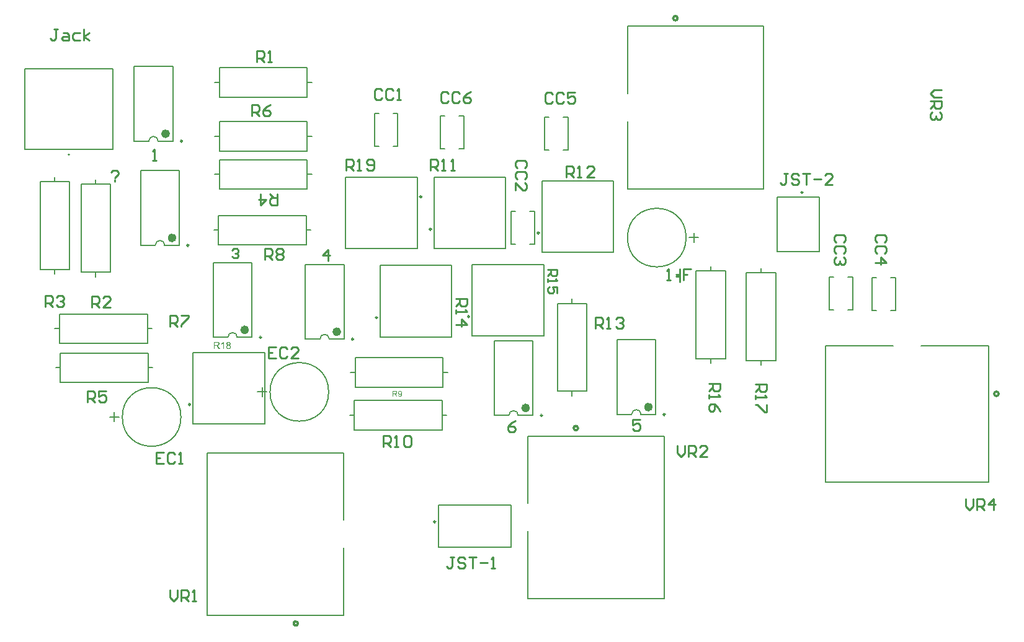
<source format=gto>
G04*
G04 #@! TF.GenerationSoftware,Altium Limited,Altium Designer,24.5.2 (23)*
G04*
G04 Layer_Color=65535*
%FSLAX44Y44*%
%MOMM*%
G71*
G04*
G04 #@! TF.SameCoordinates,504B62B8-D43C-4730-976B-65A65C3D763D*
G04*
G04*
G04 #@! TF.FilePolarity,Positive*
G04*
G01*
G75*
%ADD10C,0.2000*%
%ADD11C,0.3000*%
%ADD12C,0.2500*%
%ADD13C,0.6000*%
%ADD14C,0.1270*%
%ADD15C,0.2540*%
G36*
X616858Y777506D02*
X615660D01*
Y785132D01*
X615646Y785118D01*
X615575Y785062D01*
X615491Y784977D01*
X615350Y784879D01*
X615195Y784752D01*
X614997Y784611D01*
X614772Y784456D01*
X614518Y784301D01*
X614504D01*
X614490Y784286D01*
X614405Y784230D01*
X614264Y784160D01*
X614095Y784075D01*
X613898Y783976D01*
X613686Y783878D01*
X613475Y783779D01*
X613263Y783695D01*
Y784850D01*
X613277D01*
X613306Y784879D01*
X613362Y784893D01*
X613432Y784935D01*
X613517Y784977D01*
X613616Y785034D01*
X613855Y785175D01*
X614137Y785330D01*
X614419Y785527D01*
X614715Y785753D01*
X615011Y785992D01*
X615025Y786006D01*
X615039Y786021D01*
X615082Y786063D01*
X615138Y786105D01*
X615265Y786246D01*
X615434Y786415D01*
X615603Y786612D01*
X615787Y786838D01*
X615942Y787064D01*
X616083Y787303D01*
X616858D01*
Y777506D01*
D02*
G37*
G36*
X607653Y787247D02*
X607780D01*
X608076Y787233D01*
X608386Y787190D01*
X608724Y787148D01*
X609034Y787078D01*
X609189Y787036D01*
X609316Y786993D01*
X609330D01*
X609344Y786979D01*
X609429Y786937D01*
X609556Y786880D01*
X609711Y786782D01*
X609880Y786655D01*
X610063Y786486D01*
X610232Y786288D01*
X610402Y786063D01*
Y786049D01*
X610416Y786035D01*
X610472Y785950D01*
X610528Y785809D01*
X610613Y785626D01*
X610684Y785414D01*
X610754Y785161D01*
X610796Y784893D01*
X610810Y784597D01*
Y784583D01*
Y784554D01*
Y784498D01*
X610796Y784427D01*
Y784329D01*
X610782Y784230D01*
X610726Y783990D01*
X610641Y783709D01*
X610528Y783412D01*
X610359Y783117D01*
X610247Y782975D01*
X610134Y782835D01*
X610120Y782821D01*
X610106Y782806D01*
X610063Y782764D01*
X610007Y782722D01*
X609936Y782665D01*
X609852Y782609D01*
X609739Y782539D01*
X609626Y782454D01*
X609485Y782383D01*
X609330Y782313D01*
X609161Y782228D01*
X608978Y782158D01*
X608766Y782102D01*
X608555Y782031D01*
X608315Y781989D01*
X608061Y781946D01*
X608090Y781932D01*
X608146Y781904D01*
X608231Y781848D01*
X608343Y781791D01*
X608597Y781636D01*
X608724Y781538D01*
X608837Y781453D01*
X608865Y781425D01*
X608936Y781354D01*
X609048Y781242D01*
X609189Y781101D01*
X609344Y780903D01*
X609528Y780692D01*
X609711Y780438D01*
X609908Y780156D01*
X611586Y777506D01*
X609979D01*
X608696Y779536D01*
Y779550D01*
X608668Y779578D01*
X608639Y779620D01*
X608597Y779677D01*
X608498Y779832D01*
X608372Y780029D01*
X608217Y780241D01*
X608061Y780466D01*
X607906Y780678D01*
X607765Y780875D01*
X607751Y780889D01*
X607709Y780946D01*
X607639Y781030D01*
X607540Y781129D01*
X607328Y781340D01*
X607216Y781439D01*
X607103Y781524D01*
X607089Y781538D01*
X607061Y781552D01*
X607004Y781580D01*
X606920Y781622D01*
X606835Y781665D01*
X606736Y781707D01*
X606511Y781777D01*
X606497D01*
X606469Y781791D01*
X606412D01*
X606342Y781805D01*
X606243Y781820D01*
X606130D01*
X605975Y781834D01*
X604312D01*
Y777506D01*
X603015D01*
Y787261D01*
X607540D01*
X607653Y787247D01*
D02*
G37*
G36*
X623314Y787289D02*
X623427Y787275D01*
X623554Y787261D01*
X623695Y787247D01*
X623836Y787205D01*
X624174Y787120D01*
X624513Y786993D01*
X624682Y786909D01*
X624851Y786810D01*
X625006Y786683D01*
X625161Y786556D01*
X625175Y786542D01*
X625189Y786528D01*
X625232Y786486D01*
X625288Y786429D01*
X625344Y786345D01*
X625415Y786260D01*
X625556Y786049D01*
X625697Y785781D01*
X625824Y785471D01*
X625922Y785118D01*
X625937Y784935D01*
X625951Y784738D01*
Y784724D01*
Y784709D01*
Y784625D01*
X625937Y784498D01*
X625908Y784343D01*
X625866Y784146D01*
X625796Y783948D01*
X625711Y783751D01*
X625584Y783553D01*
X625570Y783525D01*
X625514Y783469D01*
X625429Y783384D01*
X625316Y783272D01*
X625161Y783145D01*
X624978Y783018D01*
X624766Y782891D01*
X624513Y782778D01*
X624527D01*
X624555Y782764D01*
X624597Y782750D01*
X624654Y782722D01*
X624823Y782651D01*
X625020Y782553D01*
X625232Y782412D01*
X625457Y782257D01*
X625669Y782059D01*
X625866Y781834D01*
Y781820D01*
X625880Y781805D01*
X625937Y781721D01*
X626021Y781580D01*
X626106Y781397D01*
X626190Y781171D01*
X626275Y780903D01*
X626331Y780607D01*
X626345Y780283D01*
Y780269D01*
Y780227D01*
Y780156D01*
X626331Y780071D01*
X626317Y779973D01*
X626303Y779846D01*
X626275Y779705D01*
X626232Y779550D01*
X626134Y779226D01*
X626063Y779043D01*
X625965Y778873D01*
X625866Y778690D01*
X625753Y778521D01*
X625612Y778352D01*
X625457Y778183D01*
X625443Y778168D01*
X625415Y778140D01*
X625373Y778098D01*
X625302Y778056D01*
X625203Y777985D01*
X625105Y777915D01*
X624978Y777844D01*
X624837Y777760D01*
X624682Y777675D01*
X624499Y777605D01*
X624301Y777534D01*
X624104Y777464D01*
X623878Y777421D01*
X623639Y777379D01*
X623399Y777351D01*
X623131Y777337D01*
X622990D01*
X622892Y777351D01*
X622765Y777365D01*
X622624Y777379D01*
X622469Y777407D01*
X622299Y777449D01*
X621919Y777548D01*
X621721Y777619D01*
X621538Y777689D01*
X621341Y777788D01*
X621143Y777901D01*
X620960Y778027D01*
X620791Y778183D01*
X620777Y778197D01*
X620749Y778225D01*
X620706Y778267D01*
X620650Y778338D01*
X620594Y778422D01*
X620509Y778521D01*
X620439Y778634D01*
X620354Y778775D01*
X620270Y778916D01*
X620199Y779085D01*
X620058Y779437D01*
X620002Y779649D01*
X619959Y779860D01*
X619931Y780086D01*
X619917Y780311D01*
Y780325D01*
Y780353D01*
Y780410D01*
X619931Y780466D01*
Y780551D01*
X619945Y780649D01*
X619973Y780875D01*
X620030Y781129D01*
X620114Y781383D01*
X620241Y781650D01*
X620396Y781904D01*
Y781918D01*
X620424Y781932D01*
X620481Y782003D01*
X620594Y782116D01*
X620749Y782257D01*
X620946Y782398D01*
X621186Y782553D01*
X621454Y782680D01*
X621778Y782778D01*
X621764D01*
X621750Y782792D01*
X621707Y782806D01*
X621651Y782835D01*
X621524Y782891D01*
X621355Y782975D01*
X621172Y783088D01*
X620988Y783229D01*
X620819Y783384D01*
X620664Y783553D01*
X620650Y783582D01*
X620608Y783638D01*
X620551Y783751D01*
X620495Y783892D01*
X620424Y784075D01*
X620368Y784286D01*
X620326Y784526D01*
X620312Y784780D01*
Y784794D01*
Y784822D01*
Y784879D01*
X620326Y784963D01*
X620340Y785048D01*
X620354Y785161D01*
X620410Y785400D01*
X620495Y785682D01*
X620636Y785978D01*
X620721Y786133D01*
X620819Y786288D01*
X620946Y786429D01*
X621073Y786570D01*
X621087Y786584D01*
X621115Y786599D01*
X621158Y786641D01*
X621214Y786683D01*
X621284Y786739D01*
X621383Y786796D01*
X621496Y786866D01*
X621609Y786937D01*
X621750Y787007D01*
X621905Y787078D01*
X622074Y787134D01*
X622257Y787190D01*
X622652Y787275D01*
X622877Y787289D01*
X623103Y787303D01*
X623230D01*
X623314Y787289D01*
D02*
G37*
G36*
X857342Y720416D02*
X857401D01*
X857483Y720405D01*
X857682Y720370D01*
X857905Y720323D01*
X858151Y720240D01*
X858398Y720135D01*
X858644Y719994D01*
X858656D01*
X858668Y719971D01*
X858703Y719947D01*
X858750Y719912D01*
X858867Y719818D01*
X859020Y719689D01*
X859172Y719513D01*
X859349Y719302D01*
X859501Y719055D01*
X859642Y718774D01*
Y718762D01*
X859654Y718738D01*
X859677Y718691D01*
X859700Y718633D01*
X859724Y718551D01*
X859759Y718445D01*
X859783Y718328D01*
X859818Y718199D01*
X859853Y718046D01*
X859888Y717870D01*
X859912Y717682D01*
X859935Y717483D01*
X859959Y717260D01*
X859982Y717025D01*
X859994Y716767D01*
Y716497D01*
Y716485D01*
Y716427D01*
Y716345D01*
Y716239D01*
X859982Y716110D01*
Y715957D01*
X859970Y715781D01*
X859947Y715605D01*
X859912Y715206D01*
X859853Y714784D01*
X859771Y714385D01*
X859712Y714185D01*
X859654Y714009D01*
Y713998D01*
X859642Y713974D01*
X859618Y713927D01*
X859595Y713857D01*
X859560Y713786D01*
X859513Y713692D01*
X859395Y713493D01*
X859255Y713270D01*
X859090Y713035D01*
X858879Y712812D01*
X858644Y712613D01*
X858633D01*
X858609Y712589D01*
X858574Y712566D01*
X858527Y712542D01*
X858457Y712507D01*
X858386Y712460D01*
X858292Y712413D01*
X858198Y712378D01*
X857975Y712284D01*
X857706Y712202D01*
X857412Y712155D01*
X857084Y712132D01*
X856990D01*
X856931Y712143D01*
X856849D01*
X856755Y712155D01*
X856532Y712202D01*
X856286Y712261D01*
X856028Y712355D01*
X855769Y712484D01*
X855640Y712566D01*
X855523Y712660D01*
X855511Y712672D01*
X855499Y712683D01*
X855464Y712719D01*
X855429Y712754D01*
X855382Y712812D01*
X855323Y712883D01*
X855206Y713047D01*
X855089Y713258D01*
X854971Y713516D01*
X854877Y713810D01*
X854807Y714150D01*
X855769Y714232D01*
Y714221D01*
X855781Y714197D01*
Y714174D01*
X855793Y714127D01*
X855828Y713998D01*
X855875Y713857D01*
X855934Y713692D01*
X856016Y713528D01*
X856110Y713376D01*
X856227Y713247D01*
X856239Y713235D01*
X856286Y713200D01*
X856368Y713153D01*
X856462Y713106D01*
X856591Y713047D01*
X856743Y713000D01*
X856919Y712965D01*
X857107Y712953D01*
X857189D01*
X857271Y712965D01*
X857377Y712977D01*
X857506Y713000D01*
X857635Y713035D01*
X857776Y713082D01*
X857905Y713153D01*
X857917Y713164D01*
X857964Y713188D01*
X858034Y713235D01*
X858105Y713305D01*
X858198Y713387D01*
X858292Y713481D01*
X858386Y713587D01*
X858480Y713716D01*
X858492Y713728D01*
X858515Y713786D01*
X858562Y713868D01*
X858609Y713974D01*
X858668Y714115D01*
X858727Y714279D01*
X858785Y714467D01*
X858844Y714678D01*
Y714690D01*
X858856Y714702D01*
Y714737D01*
X858867Y714784D01*
X858891Y714901D01*
X858926Y715054D01*
X858950Y715241D01*
X858973Y715441D01*
X858985Y715664D01*
X858996Y715899D01*
Y715910D01*
Y715946D01*
Y716004D01*
Y716098D01*
X858985Y716075D01*
X858938Y716016D01*
X858867Y715934D01*
X858785Y715816D01*
X858668Y715699D01*
X858527Y715570D01*
X858363Y715441D01*
X858175Y715324D01*
X858151Y715312D01*
X858081Y715277D01*
X857975Y715230D01*
X857846Y715183D01*
X857670Y715124D01*
X857483Y715077D01*
X857271Y715042D01*
X857048Y715030D01*
X856955D01*
X856884Y715042D01*
X856790Y715054D01*
X856696Y715065D01*
X856579Y715089D01*
X856462Y715124D01*
X856192Y715206D01*
X856051Y715265D01*
X855910Y715335D01*
X855758Y715417D01*
X855617Y715523D01*
X855476Y715629D01*
X855347Y715758D01*
X855335Y715770D01*
X855312Y715793D01*
X855288Y715828D01*
X855241Y715887D01*
X855183Y715969D01*
X855124Y716051D01*
X855065Y716157D01*
X855007Y716274D01*
X854936Y716403D01*
X854877Y716544D01*
X854819Y716708D01*
X854760Y716873D01*
X854713Y717060D01*
X854690Y717260D01*
X854666Y717459D01*
X854655Y717682D01*
Y717694D01*
Y717741D01*
Y717800D01*
X854666Y717882D01*
X854678Y717987D01*
X854690Y718117D01*
X854713Y718246D01*
X854748Y718398D01*
X854831Y718703D01*
X854889Y718867D01*
X854960Y719044D01*
X855042Y719208D01*
X855147Y719360D01*
X855253Y719525D01*
X855382Y719666D01*
X855394Y719677D01*
X855417Y719701D01*
X855452Y719736D01*
X855511Y719783D01*
X855582Y719842D01*
X855676Y719912D01*
X855769Y719971D01*
X855887Y720053D01*
X856004Y720123D01*
X856145Y720182D01*
X856462Y720311D01*
X856626Y720358D01*
X856814Y720393D01*
X857001Y720416D01*
X857201Y720428D01*
X857283D01*
X857342Y720416D01*
D02*
G37*
G36*
X850747Y720381D02*
X850853D01*
X851099Y720370D01*
X851357Y720334D01*
X851639Y720299D01*
X851897Y720240D01*
X852026Y720205D01*
X852132Y720170D01*
X852143D01*
X852155Y720158D01*
X852225Y720123D01*
X852331Y720076D01*
X852460Y719994D01*
X852601Y719889D01*
X852754Y719748D01*
X852894Y719583D01*
X853035Y719396D01*
Y719384D01*
X853047Y719372D01*
X853094Y719302D01*
X853141Y719184D01*
X853211Y719032D01*
X853270Y718856D01*
X853328Y718645D01*
X853364Y718422D01*
X853375Y718175D01*
Y718163D01*
Y718140D01*
Y718093D01*
X853364Y718034D01*
Y717952D01*
X853352Y717870D01*
X853305Y717671D01*
X853235Y717436D01*
X853141Y717189D01*
X853000Y716943D01*
X852906Y716826D01*
X852812Y716708D01*
X852801Y716697D01*
X852789Y716685D01*
X852754Y716650D01*
X852707Y716614D01*
X852648Y716568D01*
X852578Y716521D01*
X852484Y716462D01*
X852390Y716392D01*
X852272Y716333D01*
X852143Y716274D01*
X852002Y716204D01*
X851850Y716145D01*
X851674Y716098D01*
X851498Y716039D01*
X851298Y716004D01*
X851087Y715969D01*
X851111Y715957D01*
X851158Y715934D01*
X851228Y715887D01*
X851322Y715840D01*
X851533Y715711D01*
X851639Y715629D01*
X851733Y715558D01*
X851756Y715535D01*
X851815Y715476D01*
X851909Y715382D01*
X852026Y715265D01*
X852155Y715101D01*
X852308Y714925D01*
X852460Y714713D01*
X852624Y714479D01*
X854021Y712273D01*
X852683D01*
X851615Y713962D01*
Y713974D01*
X851592Y713998D01*
X851568Y714033D01*
X851533Y714080D01*
X851451Y714209D01*
X851345Y714373D01*
X851216Y714549D01*
X851087Y714737D01*
X850958Y714913D01*
X850841Y715077D01*
X850829Y715089D01*
X850794Y715136D01*
X850735Y715206D01*
X850653Y715288D01*
X850477Y715464D01*
X850383Y715547D01*
X850289Y715617D01*
X850277Y715629D01*
X850254Y715640D01*
X850207Y715664D01*
X850137Y715699D01*
X850066Y715734D01*
X849984Y715770D01*
X849796Y715828D01*
X849785D01*
X849761Y715840D01*
X849714D01*
X849656Y715852D01*
X849573Y715863D01*
X849480D01*
X849350Y715875D01*
X847966D01*
Y712273D01*
X846886D01*
Y720393D01*
X850653D01*
X850747Y720381D01*
D02*
G37*
%LPC*%
G36*
X607385Y786176D02*
X604312D01*
Y782947D01*
X607216D01*
X607385Y782961D01*
X607582Y782975D01*
X607808Y782990D01*
X608033Y783018D01*
X608259Y783060D01*
X608456Y783117D01*
X608484Y783131D01*
X608541Y783159D01*
X608625Y783201D01*
X608738Y783258D01*
X608865Y783342D01*
X608992Y783441D01*
X609119Y783568D01*
X609217Y783709D01*
X609231Y783723D01*
X609260Y783779D01*
X609302Y783864D01*
X609358Y783976D01*
X609401Y784103D01*
X609443Y784244D01*
X609471Y784413D01*
X609485Y784583D01*
Y784597D01*
Y784611D01*
X609471Y784695D01*
X609457Y784822D01*
X609429Y784991D01*
X609358Y785161D01*
X609274Y785358D01*
X609147Y785541D01*
X608978Y785724D01*
X608950Y785739D01*
X608879Y785795D01*
X608766Y785865D01*
X608583Y785950D01*
X608372Y786035D01*
X608090Y786105D01*
X607765Y786161D01*
X607385Y786176D01*
D02*
G37*
G36*
X623131Y786317D02*
X623018D01*
X622892Y786288D01*
X622722Y786260D01*
X622539Y786204D01*
X622342Y786133D01*
X622159Y786021D01*
X621975Y785865D01*
X621961Y785851D01*
X621905Y785795D01*
X621834Y785696D01*
X621764Y785569D01*
X621679Y785414D01*
X621609Y785231D01*
X621552Y785034D01*
X621538Y784808D01*
Y784794D01*
Y784780D01*
X621552Y784695D01*
X621566Y784568D01*
X621595Y784413D01*
X621651Y784230D01*
X621721Y784047D01*
X621834Y783849D01*
X621975Y783680D01*
X621989Y783666D01*
X622060Y783610D01*
X622159Y783539D01*
X622285Y783469D01*
X622454Y783384D01*
X622652Y783314D01*
X622877Y783258D01*
X623131Y783243D01*
X623159D01*
X623244Y783258D01*
X623371Y783272D01*
X623540Y783300D01*
X623723Y783356D01*
X623907Y783427D01*
X624104Y783539D01*
X624273Y783680D01*
X624287Y783695D01*
X624343Y783765D01*
X624414Y783849D01*
X624499Y783976D01*
X624583Y784131D01*
X624654Y784315D01*
X624710Y784526D01*
X624724Y784752D01*
Y784766D01*
Y784780D01*
Y784865D01*
X624696Y784991D01*
X624668Y785146D01*
X624611Y785316D01*
X624527Y785499D01*
X624414Y785682D01*
X624259Y785865D01*
X624245Y785880D01*
X624174Y785936D01*
X624076Y786006D01*
X623949Y786091D01*
X623780Y786176D01*
X623596Y786246D01*
X623371Y786302D01*
X623131Y786317D01*
D02*
G37*
G36*
X623089Y782271D02*
X623004D01*
X622948Y782257D01*
X622793Y782243D01*
X622595Y782200D01*
X622370Y782130D01*
X622144Y782031D01*
X621905Y781890D01*
X621693Y781707D01*
X621665Y781679D01*
X621609Y781608D01*
X621524Y781481D01*
X621425Y781326D01*
X621313Y781115D01*
X621228Y780875D01*
X621172Y780607D01*
X621143Y780311D01*
Y780283D01*
Y780227D01*
X621158Y780128D01*
X621172Y780001D01*
X621200Y779846D01*
X621242Y779677D01*
X621299Y779508D01*
X621369Y779324D01*
X621383Y779310D01*
X621411Y779240D01*
X621468Y779155D01*
X621552Y779057D01*
X621651Y778930D01*
X621778Y778803D01*
X621919Y778690D01*
X622088Y778577D01*
X622116Y778563D01*
X622173Y778535D01*
X622271Y778493D01*
X622398Y778450D01*
X622553Y778408D01*
X622736Y778366D01*
X622934Y778338D01*
X623131Y778324D01*
X623216D01*
X623272Y778338D01*
X623441Y778352D01*
X623639Y778394D01*
X623864Y778465D01*
X624104Y778549D01*
X624329Y778690D01*
X624555Y778873D01*
X624583Y778902D01*
X624640Y778972D01*
X624738Y779099D01*
X624837Y779254D01*
X624936Y779451D01*
X625034Y779691D01*
X625091Y779973D01*
X625119Y780269D01*
Y780283D01*
Y780311D01*
Y780353D01*
X625105Y780410D01*
X625091Y780565D01*
X625048Y780776D01*
X624978Y780988D01*
X624879Y781227D01*
X624738Y781467D01*
X624541Y781693D01*
X624513Y781721D01*
X624442Y781777D01*
X624315Y781876D01*
X624146Y781989D01*
X623935Y782087D01*
X623681Y782186D01*
X623399Y782243D01*
X623089Y782271D01*
D02*
G37*
G36*
X857447Y719607D02*
X857260D01*
X857213Y719595D01*
X857084Y719583D01*
X856931Y719536D01*
X856743Y719478D01*
X856544Y719372D01*
X856344Y719243D01*
X856251Y719149D01*
X856157Y719055D01*
Y719044D01*
X856133Y719032D01*
X856110Y718997D01*
X856086Y718961D01*
X856004Y718844D01*
X855922Y718680D01*
X855828Y718480D01*
X855746Y718234D01*
X855699Y717952D01*
X855676Y717647D01*
Y717635D01*
Y717612D01*
Y717577D01*
X855687Y717518D01*
Y717448D01*
X855699Y717377D01*
X855734Y717201D01*
X855793Y717002D01*
X855863Y716790D01*
X855981Y716579D01*
X856133Y716392D01*
X856157Y716368D01*
X856215Y716321D01*
X856321Y716239D01*
X856450Y716157D01*
X856626Y716063D01*
X856825Y715981D01*
X857048Y715934D01*
X857295Y715910D01*
X857365D01*
X857412Y715922D01*
X857541Y715934D01*
X857694Y715969D01*
X857882Y716028D01*
X858069Y716110D01*
X858257Y716227D01*
X858433Y716392D01*
X858457Y716415D01*
X858504Y716485D01*
X858574Y716591D01*
X858668Y716743D01*
X858750Y716931D01*
X858820Y717154D01*
X858867Y717424D01*
X858891Y717729D01*
Y717741D01*
Y717765D01*
Y717811D01*
X858879Y717870D01*
Y717952D01*
X858867Y718034D01*
X858832Y718222D01*
X858785Y718445D01*
X858703Y718680D01*
X858586Y718903D01*
X858433Y719102D01*
Y719114D01*
X858410Y719126D01*
X858351Y719184D01*
X858257Y719267D01*
X858128Y719360D01*
X857964Y719443D01*
X857776Y719525D01*
X857565Y719583D01*
X857447Y719607D01*
D02*
G37*
G36*
X850524Y719490D02*
X847966D01*
Y716802D01*
X850383D01*
X850524Y716814D01*
X850688Y716826D01*
X850876Y716837D01*
X851064Y716861D01*
X851252Y716896D01*
X851416Y716943D01*
X851439Y716955D01*
X851486Y716978D01*
X851557Y717013D01*
X851650Y717060D01*
X851756Y717131D01*
X851862Y717213D01*
X851967Y717318D01*
X852049Y717436D01*
X852061Y717448D01*
X852085Y717495D01*
X852120Y717565D01*
X852167Y717659D01*
X852202Y717765D01*
X852237Y717882D01*
X852261Y718023D01*
X852272Y718163D01*
Y718175D01*
Y718187D01*
X852261Y718257D01*
X852249Y718363D01*
X852225Y718504D01*
X852167Y718645D01*
X852096Y718809D01*
X851991Y718961D01*
X851850Y719114D01*
X851826Y719126D01*
X851768Y719173D01*
X851674Y719231D01*
X851521Y719302D01*
X851345Y719372D01*
X851111Y719431D01*
X850841Y719478D01*
X850524Y719490D01*
D02*
G37*
%LPD*%
D10*
X406130Y1043220D02*
G03*
X406130Y1043220I-1000J0D01*
G01*
X535940Y919280D02*
G03*
X523240Y919280I-6350J0D01*
G01*
X759810Y718820D02*
G03*
X759810Y718820I-40000J0D01*
G01*
X527050Y1061520D02*
G03*
X514350Y1061520I-6350J0D01*
G01*
X1247770Y929640D02*
G03*
X1247770Y929640I-40000J0D01*
G01*
X635000Y793550D02*
G03*
X622300Y793550I-6350J0D01*
G01*
X760730Y791010D02*
G03*
X748030Y791010I-6350J0D01*
G01*
X1186180Y688140D02*
G03*
X1173480Y688140I-6350J0D01*
G01*
X1018540Y686870D02*
G03*
X1005840Y686870I-6350J0D01*
G01*
X558160Y684530D02*
G03*
X558160Y684530I-40000J0D01*
G01*
X556090Y919280D02*
Y1021280D01*
X503090Y919280D02*
Y1021280D01*
X535940Y919280D02*
X556090D01*
X503090D02*
X523240D01*
X503090Y1021280D02*
X556090D01*
X912620Y1050650D02*
X918620D01*
X938120D02*
X944120D01*
Y1095650D01*
X912620D02*
X918620D01*
X938120D02*
X944120D01*
X912620Y1050650D02*
Y1095650D01*
X1281430Y757930D02*
Y764230D01*
Y884230D02*
Y890530D01*
X1261430Y884230D02*
X1301430D01*
X1261430Y764230D02*
Y884230D01*
Y764230D02*
X1301430D01*
Y884230D01*
X909750Y507020D02*
Y564520D01*
Y507020D02*
X1008750D01*
Y564520D01*
X909750D02*
X1008750D01*
X1429390Y910620D02*
Y984620D01*
X1371890Y910620D02*
X1429390D01*
X1371890D02*
Y984620D01*
X1429390D01*
X782950Y914370D02*
X880750D01*
X782950D02*
Y1012170D01*
X880750D01*
Y914370D02*
Y1012170D01*
X662660Y718820D02*
X675360D01*
X669010Y712470D02*
Y725170D01*
X547200Y1061520D02*
Y1163520D01*
X494200Y1061520D02*
Y1163520D01*
X527050Y1061520D02*
X547200D01*
X494200D02*
X514350D01*
X494200Y1163520D02*
X547200D01*
X1252220Y929640D02*
X1264920D01*
X1258570Y923290D02*
Y935990D01*
X655150Y793550D02*
Y895550D01*
X602150Y793550D02*
Y895550D01*
X635000Y793550D02*
X655150D01*
X602150D02*
X622300D01*
X602150Y895550D02*
X655150D01*
X780880Y791010D02*
Y893010D01*
X727880Y791010D02*
Y893010D01*
X760730Y791010D02*
X780880D01*
X727880D02*
X748030D01*
X727880Y893010D02*
X780880D01*
X1206330Y688140D02*
Y790140D01*
X1153330Y688140D02*
Y790140D01*
X1186180Y688140D02*
X1206330D01*
X1153330D02*
X1173480D01*
X1153330Y790140D02*
X1206330D01*
X1038690Y686870D02*
Y788870D01*
X985690Y686870D02*
Y788870D01*
X1018540Y686870D02*
X1038690D01*
X985690D02*
X1005840D01*
X985690Y788870D02*
X1038690D01*
X847950Y1099460D02*
X853950D01*
X822450D02*
X828450D01*
X822450Y1054460D02*
Y1099460D01*
X847950Y1054460D02*
X853950D01*
X822450D02*
X828450D01*
X853950D02*
Y1099460D01*
X1034640Y965710D02*
X1040640D01*
X1009140D02*
X1015140D01*
X1009140Y920710D02*
Y965710D01*
X1034640Y920710D02*
X1040640D01*
X1009140D02*
X1015140D01*
X1040640D02*
Y965710D01*
X1443480Y830940D02*
X1449480D01*
X1468980D02*
X1474980D01*
Y875940D01*
X1443480D02*
X1449480D01*
X1468980D02*
X1474980D01*
X1443480Y830940D02*
Y875940D01*
X1501900Y829670D02*
Y874670D01*
X1527400D02*
X1533400D01*
X1501900D02*
X1507900D01*
X1533400Y829670D02*
Y874670D01*
X1527400Y829670D02*
X1533400D01*
X1501900D02*
X1507900D01*
X1054860Y1049380D02*
X1060860D01*
X1080360D02*
X1086360D01*
Y1094380D01*
X1054860D02*
X1060860D01*
X1080360D02*
X1086360D01*
X1054860Y1049380D02*
Y1094380D01*
X461010Y684530D02*
X473710D01*
X467360Y678180D02*
Y690880D01*
X730560Y1141730D02*
X736860D01*
X604260D02*
X610560D01*
Y1121730D02*
Y1161730D01*
Y1121730D02*
X730560D01*
Y1161730D01*
X610560D02*
X730560D01*
X441960Y1002510D02*
Y1008810D01*
Y876210D02*
Y882510D01*
X421960D02*
X461960D01*
Y1002510D01*
X421960D02*
X461960D01*
X421960Y882510D02*
Y1002510D01*
X366080Y886150D02*
Y1006150D01*
X406080D01*
Y886150D02*
Y1006150D01*
X366080Y886150D02*
X406080D01*
X386080Y879850D02*
Y886150D01*
Y1006150D02*
Y1012450D01*
X730560Y1016000D02*
X736860D01*
X604260D02*
X610560D01*
Y996000D02*
Y1036000D01*
Y996000D02*
X730560D01*
Y1036000D01*
X610560D02*
X730560D01*
X387090Y751840D02*
X393390D01*
X513390D02*
X519690D01*
X513390Y731840D02*
Y771840D01*
X393390D02*
X513390D01*
X393390Y731840D02*
Y771840D01*
Y731840D02*
X513390D01*
X604260Y1068070D02*
X610560D01*
X730560D02*
X736860D01*
X730560Y1048070D02*
Y1088070D01*
X610560D02*
X730560D01*
X610560Y1048070D02*
Y1088070D01*
Y1048070D02*
X730560D01*
X385990Y805180D02*
X392290D01*
X512290D02*
X518590D01*
X512290Y785180D02*
Y825180D01*
X392290D02*
X512290D01*
X392290Y785180D02*
Y825180D01*
Y785180D02*
X512290D01*
X609290Y959800D02*
X729290D01*
Y919800D02*
Y959800D01*
X609290Y919800D02*
X729290D01*
X609290D02*
Y959800D01*
X602990Y939800D02*
X609290D01*
X729290D02*
X735590D01*
X789680Y745490D02*
X795980D01*
X915980D02*
X922280D01*
X915980Y725490D02*
Y765490D01*
X795980D02*
X915980D01*
X795980Y725490D02*
Y765490D01*
Y725490D02*
X915980D01*
X903600Y1012220D02*
X1001400D01*
Y914420D02*
Y1012220D01*
X903600Y914420D02*
X1001400D01*
X903600D02*
Y1012220D01*
X1050920Y909340D02*
Y1007140D01*
Y909340D02*
X1148720D01*
Y1007140D01*
X1050920D02*
X1148720D01*
X829940Y793770D02*
Y891570D01*
Y793770D02*
X927740D01*
Y891570D01*
X829940D02*
X927740D01*
X955670Y795040D02*
Y892840D01*
Y795040D02*
X1053470D01*
Y892840D01*
X955670D02*
X1053470D01*
X1350010Y755390D02*
Y761690D01*
Y881690D02*
Y887990D01*
X1330010Y881690D02*
X1370010D01*
X1330010Y761690D02*
Y881690D01*
Y761690D02*
X1370010D01*
Y881690D01*
X574670Y675000D02*
Y772800D01*
Y675000D02*
X672470D01*
Y772800D01*
X574670D02*
X672470D01*
X914710Y687070D02*
X921010D01*
X788410D02*
X794710D01*
Y667070D02*
Y707070D01*
Y667070D02*
X914710D01*
Y707070D01*
X794710D02*
X914710D01*
X1092200Y839610D02*
Y845910D01*
Y713310D02*
Y719610D01*
X1072200D02*
X1112200D01*
Y839610D01*
X1072200D02*
X1112200D01*
X1072200Y719610D02*
Y839610D01*
D11*
X1236170Y1229440D02*
G03*
X1236170Y1229440I-3000J0D01*
G01*
X1674400Y716280D02*
G03*
X1674400Y716280I-3000J0D01*
G01*
X718010Y402510D02*
G03*
X718010Y402510I-3000J0D01*
G01*
X1100280Y669370D02*
G03*
X1100280Y669370I-3000J0D01*
G01*
D12*
X568940Y919180D02*
G03*
X568940Y919180I-1250J0D01*
G01*
X905750Y541520D02*
G03*
X905750Y541520I-1250J0D01*
G01*
X1407140Y991370D02*
G03*
X1407140Y991370I-1250J0D01*
G01*
X886850Y985520D02*
G03*
X886850Y985520I-1250J0D01*
G01*
X560050Y1061420D02*
G03*
X560050Y1061420I-1250J0D01*
G01*
X668000Y793450D02*
G03*
X668000Y793450I-1250J0D01*
G01*
X793730Y790910D02*
G03*
X793730Y790910I-1250J0D01*
G01*
X1219180Y688040D02*
G03*
X1219180Y688040I-1250J0D01*
G01*
X1051540Y686770D02*
G03*
X1051540Y686770I-1250J0D01*
G01*
X900000Y941070D02*
G03*
X900000Y941070I-1250J0D01*
G01*
X1047320Y935990D02*
G03*
X1047320Y935990I-1250J0D01*
G01*
X826340Y820420D02*
G03*
X826340Y820420I-1250J0D01*
G01*
X952070Y821690D02*
G03*
X952070Y821690I-1250J0D01*
G01*
X571070Y701650D02*
G03*
X571070Y701650I-1250J0D01*
G01*
D13*
X549090Y929280D02*
G03*
X549090Y929280I-3000J0D01*
G01*
X540200Y1071520D02*
G03*
X540200Y1071520I-3000J0D01*
G01*
X648150Y803550D02*
G03*
X648150Y803550I-3000J0D01*
G01*
X773880Y801010D02*
G03*
X773880Y801010I-3000J0D01*
G01*
X1199330Y698140D02*
G03*
X1199330Y698140I-3000J0D01*
G01*
X1031690Y696870D02*
G03*
X1031690Y696870I-3000J0D01*
G01*
D14*
X345130Y1160220D02*
X465130D01*
X345130Y1050220D02*
Y1160220D01*
Y1050220D02*
X465130D01*
Y1160220D01*
X1167970Y1218540D02*
X1353870D01*
X1167970Y1126440D02*
Y1218540D01*
Y996340D02*
Y1088440D01*
Y996340D02*
X1353870D01*
Y1218540D01*
X1660500Y595580D02*
Y781480D01*
X1568400D02*
X1660500D01*
X1438300D02*
X1530400D01*
X1438300Y595580D02*
Y781480D01*
Y595580D02*
X1660500D01*
X594310Y413410D02*
X780210D01*
Y505510D01*
Y543510D02*
Y635610D01*
X594310D02*
X780210D01*
X594310Y413410D02*
Y635610D01*
X1032080Y658470D02*
X1217980D01*
X1032080Y566370D02*
Y658470D01*
Y436270D02*
Y528370D01*
Y436270D02*
X1217980D01*
Y658470D01*
D15*
X389895Y1214118D02*
X384817D01*
X387356D01*
Y1201422D01*
X384817Y1198883D01*
X382278D01*
X379739Y1201422D01*
X397513Y1209039D02*
X402591D01*
X405130Y1206500D01*
Y1198883D01*
X397513D01*
X394974Y1201422D01*
X397513Y1203961D01*
X405130D01*
X420365Y1209039D02*
X412748D01*
X410209Y1206500D01*
Y1201422D01*
X412748Y1198883D01*
X420365D01*
X425444D02*
Y1214118D01*
Y1203961D02*
X433061Y1209039D01*
X425444Y1203961D02*
X433061Y1198883D01*
X463042Y1019044D02*
X465581Y1021583D01*
X470659D01*
X473199Y1019044D01*
Y1016505D01*
X468120Y1011426D01*
Y1008887D02*
Y1006348D01*
X1386678Y1017468D02*
X1381600D01*
X1384139D01*
Y1004772D01*
X1381600Y1002233D01*
X1379061D01*
X1376521Y1004772D01*
X1401913Y1014929D02*
X1399374Y1017468D01*
X1394296D01*
X1391756Y1014929D01*
Y1012389D01*
X1394296Y1009850D01*
X1399374D01*
X1401913Y1007311D01*
Y1004772D01*
X1399374Y1002233D01*
X1394296D01*
X1391756Y1004772D01*
X1406991Y1017468D02*
X1417148D01*
X1412070D01*
Y1002233D01*
X1422227Y1009850D02*
X1432383D01*
X1447618Y1002233D02*
X1437462D01*
X1447618Y1012389D01*
Y1014929D01*
X1445079Y1017468D01*
X1440001D01*
X1437462Y1014929D01*
X1596388Y1131563D02*
X1586231D01*
X1581152Y1126485D01*
X1586231Y1121407D01*
X1596388D01*
X1581152Y1116328D02*
X1596388D01*
Y1108711D01*
X1593848Y1106172D01*
X1588770D01*
X1586231Y1108711D01*
Y1116328D01*
Y1111250D02*
X1581152Y1106172D01*
X1593848Y1101093D02*
X1596388Y1098554D01*
Y1093476D01*
X1593848Y1090937D01*
X1591309D01*
X1588770Y1093476D01*
Y1096015D01*
Y1093476D01*
X1586231Y1090937D01*
X1583692D01*
X1581152Y1093476D01*
Y1098554D01*
X1583692Y1101093D01*
X1235717Y645157D02*
Y635001D01*
X1240795Y629922D01*
X1245873Y635001D01*
Y645157D01*
X1250952Y629922D02*
Y645157D01*
X1258569D01*
X1261108Y642618D01*
Y637540D01*
X1258569Y635001D01*
X1250952D01*
X1256030D02*
X1261108Y629922D01*
X1276343D02*
X1266187D01*
X1276343Y640079D01*
Y642618D01*
X1273804Y645157D01*
X1268726D01*
X1266187Y642618D01*
X543566Y448307D02*
Y438151D01*
X548644Y433073D01*
X553722Y438151D01*
Y448307D01*
X558801Y433073D02*
Y448307D01*
X566418D01*
X568958Y445768D01*
Y440690D01*
X566418Y438151D01*
X558801D01*
X563879D02*
X568958Y433073D01*
X574036D02*
X579114D01*
X576575D01*
Y448307D01*
X574036Y445768D01*
X1278893Y730244D02*
X1294128D01*
Y722626D01*
X1291588Y720087D01*
X1286510D01*
X1283971Y722626D01*
Y730244D01*
Y725165D02*
X1278893Y720087D01*
Y715009D02*
Y709930D01*
Y712469D01*
X1294128D01*
X1291588Y715009D01*
X1294128Y692156D02*
X1291588Y697234D01*
X1286510Y702313D01*
X1281432D01*
X1278893Y699774D01*
Y694695D01*
X1281432Y692156D01*
X1283971D01*
X1286510Y694695D01*
Y702313D01*
X1123956Y805182D02*
Y820417D01*
X1131574D01*
X1134113Y817878D01*
Y812800D01*
X1131574Y810261D01*
X1123956D01*
X1129035D02*
X1134113Y805182D01*
X1139191D02*
X1144270D01*
X1141730D01*
Y820417D01*
X1139191Y817878D01*
X1151887D02*
X1154426Y820417D01*
X1159505D01*
X1162044Y817878D01*
Y815339D01*
X1159505Y812800D01*
X1156965D01*
X1159505D01*
X1162044Y810261D01*
Y807722D01*
X1159505Y805182D01*
X1154426D01*
X1151887Y807722D01*
X834396Y643893D02*
Y659128D01*
X842014D01*
X844553Y656588D01*
Y651510D01*
X842014Y648971D01*
X834396D01*
X839474D02*
X844553Y643893D01*
X849631D02*
X854710D01*
X852170D01*
Y659128D01*
X849631Y656588D01*
X862327D02*
X864866Y659128D01*
X869945D01*
X872484Y656588D01*
Y646432D01*
X869945Y643893D01*
X864866D01*
X862327Y646432D01*
Y656588D01*
X1629417Y572767D02*
Y562611D01*
X1634495Y557533D01*
X1639573Y562611D01*
Y572767D01*
X1644652Y557533D02*
Y572767D01*
X1652269D01*
X1654808Y570228D01*
Y565150D01*
X1652269Y562611D01*
X1644652D01*
X1649730D02*
X1654808Y557533D01*
X1667504D02*
Y572767D01*
X1659887Y565150D01*
X1670043D01*
X783590Y1021842D02*
Y1037077D01*
X791208D01*
X793747Y1034538D01*
Y1029460D01*
X791208Y1026920D01*
X783590D01*
X788668D02*
X793747Y1021842D01*
X798825D02*
X803903D01*
X801364D01*
Y1037077D01*
X798825Y1034538D01*
X811521Y1024381D02*
X814060Y1021842D01*
X819138D01*
X821678Y1024381D01*
Y1034538D01*
X819138Y1037077D01*
X814060D01*
X811521Y1034538D01*
Y1031999D01*
X814060Y1029460D01*
X821678D01*
X1342392Y728974D02*
X1357628D01*
Y721356D01*
X1355088Y718817D01*
X1350010D01*
X1347471Y721356D01*
Y728974D01*
Y723895D02*
X1342392Y718817D01*
Y713739D02*
Y708660D01*
Y711199D01*
X1357628D01*
X1355088Y713739D01*
X1357628Y701043D02*
Y690886D01*
X1355088D01*
X1344932Y701043D01*
X1342392D01*
X1059182Y885820D02*
X1071878D01*
Y879472D01*
X1069762Y877356D01*
X1065530D01*
X1063414Y879472D01*
Y885820D01*
Y881588D02*
X1059182Y877356D01*
Y873124D02*
Y868892D01*
Y871008D01*
X1071878D01*
X1069762Y873124D01*
X1071878Y854080D02*
Y862544D01*
X1065530D01*
X1067646Y858312D01*
Y856196D01*
X1065530Y854080D01*
X1061298D01*
X1059182Y856196D01*
Y860428D01*
X1061298Y862544D01*
X933453Y845814D02*
X948688D01*
Y838196D01*
X946148Y835657D01*
X941070D01*
X938531Y838196D01*
Y845814D01*
Y840735D02*
X933453Y835657D01*
Y830579D02*
Y825500D01*
Y828039D01*
X948688D01*
X946148Y830579D01*
X933453Y810265D02*
X948688D01*
X941070Y817883D01*
Y807726D01*
X1084586Y1012193D02*
Y1027428D01*
X1092204D01*
X1094743Y1024888D01*
Y1019810D01*
X1092204Y1017271D01*
X1084586D01*
X1089665D02*
X1094743Y1012193D01*
X1099821D02*
X1104900D01*
X1102360D01*
Y1027428D01*
X1099821Y1024888D01*
X1122674Y1012193D02*
X1112517D01*
X1122674Y1022349D01*
Y1024888D01*
X1120135Y1027428D01*
X1115056D01*
X1112517Y1024888D01*
X898906Y1021842D02*
Y1037077D01*
X906524D01*
X909063Y1034538D01*
Y1029460D01*
X906524Y1026920D01*
X898906D01*
X903984D02*
X909063Y1021842D01*
X914141D02*
X919219D01*
X916680D01*
Y1037077D01*
X914141Y1034538D01*
X926837Y1021842D02*
X931915D01*
X929376D01*
Y1037077D01*
X926837Y1034538D01*
X673104Y899163D02*
Y914398D01*
X680722D01*
X683261Y911858D01*
Y906780D01*
X680722Y904241D01*
X673104D01*
X678183D02*
X683261Y899163D01*
X688339Y911858D02*
X690878Y914398D01*
X695957D01*
X698496Y911858D01*
Y909319D01*
X695957Y906780D01*
X698496Y904241D01*
Y901702D01*
X695957Y899163D01*
X690878D01*
X688339Y901702D01*
Y904241D01*
X690878Y906780D01*
X688339Y909319D01*
Y911858D01*
X690878Y906780D02*
X695957D01*
X543564Y807722D02*
Y822958D01*
X551182D01*
X553721Y820418D01*
Y815340D01*
X551182Y812801D01*
X543564D01*
X548643D02*
X553721Y807722D01*
X558799Y822958D02*
X568956D01*
Y820418D01*
X558799Y810262D01*
Y807722D01*
X655324Y1096012D02*
Y1111247D01*
X662942D01*
X665481Y1108708D01*
Y1103630D01*
X662942Y1101091D01*
X655324D01*
X660403D02*
X665481Y1096012D01*
X680716Y1111247D02*
X675638Y1108708D01*
X670559Y1103630D01*
Y1098552D01*
X673098Y1096012D01*
X678177D01*
X680716Y1098552D01*
Y1101091D01*
X678177Y1103630D01*
X670559D01*
X430534Y704853D02*
Y720088D01*
X438152D01*
X440691Y717548D01*
Y712470D01*
X438152Y709931D01*
X430534D01*
X435612D02*
X440691Y704853D01*
X455926Y720088D02*
X445769D01*
Y712470D01*
X450848Y715009D01*
X453387D01*
X455926Y712470D01*
Y707392D01*
X453387Y704853D01*
X448308D01*
X445769Y707392D01*
X689606Y989327D02*
Y974092D01*
X681988D01*
X679449Y976632D01*
Y981710D01*
X681988Y984249D01*
X689606D01*
X684528D02*
X679449Y989327D01*
X666753D02*
Y974092D01*
X674371Y981710D01*
X664214D01*
X373384Y835474D02*
Y850709D01*
X381002D01*
X383541Y848170D01*
Y843092D01*
X381002Y840552D01*
X373384D01*
X378462D02*
X383541Y835474D01*
X388619Y848170D02*
X391158Y850709D01*
X396237D01*
X398776Y848170D01*
Y845631D01*
X396237Y843092D01*
X393698D01*
X396237D01*
X398776Y840552D01*
Y838013D01*
X396237Y835474D01*
X391158D01*
X388619Y838013D01*
X436884Y834392D02*
Y849628D01*
X444502D01*
X447041Y847088D01*
Y842010D01*
X444502Y839471D01*
X436884D01*
X441963D02*
X447041Y834392D01*
X462276D02*
X452119D01*
X462276Y844549D01*
Y847088D01*
X459737Y849628D01*
X454658D01*
X452119Y847088D01*
X661673Y1169672D02*
Y1184908D01*
X669291D01*
X671830Y1182368D01*
Y1177290D01*
X669291Y1174751D01*
X661673D01*
X666752D02*
X671830Y1169672D01*
X676908D02*
X681987D01*
X679448D01*
Y1184908D01*
X676908Y1182368D01*
X930917Y492757D02*
X925839D01*
X928378D01*
Y480062D01*
X925839Y477523D01*
X923300D01*
X920761Y480062D01*
X946152Y490218D02*
X943613Y492757D01*
X938535D01*
X935996Y490218D01*
Y487679D01*
X938535Y485140D01*
X943613D01*
X946152Y482601D01*
Y480062D01*
X943613Y477523D01*
X938535D01*
X935996Y480062D01*
X951231Y492757D02*
X961388D01*
X956309D01*
Y477523D01*
X966466Y485140D02*
X976623D01*
X981701Y477523D02*
X986779D01*
X984240D01*
Y492757D01*
X981701Y490218D01*
X688343Y779778D02*
X678187D01*
Y764542D01*
X688343D01*
X678187Y772160D02*
X683265D01*
X703578Y777238D02*
X701039Y779778D01*
X695961D01*
X693422Y777238D01*
Y767082D01*
X695961Y764542D01*
X701039D01*
X703578Y767082D01*
X718813Y764542D02*
X708657D01*
X718813Y774699D01*
Y777238D01*
X716274Y779778D01*
X711196D01*
X708657Y777238D01*
X534952Y636268D02*
X524796D01*
Y621032D01*
X534952D01*
X524796Y628650D02*
X529874D01*
X550187Y633728D02*
X547648Y636268D01*
X542570D01*
X540031Y633728D01*
Y623572D01*
X542570Y621032D01*
X547648D01*
X550187Y623572D01*
X555266Y621032D02*
X560344D01*
X557805D01*
Y636268D01*
X555266Y633728D01*
X923287Y1126486D02*
X920748Y1129025D01*
X915669D01*
X913130Y1126486D01*
Y1116329D01*
X915669Y1113790D01*
X920748D01*
X923287Y1116329D01*
X938522Y1126486D02*
X935983Y1129025D01*
X930904D01*
X928365Y1126486D01*
Y1116329D01*
X930904Y1113790D01*
X935983D01*
X938522Y1116329D01*
X953757Y1129025D02*
X948679Y1126486D01*
X943600Y1121407D01*
Y1116329D01*
X946139Y1113790D01*
X951218D01*
X953757Y1116329D01*
Y1118868D01*
X951218Y1121407D01*
X943600D01*
X1065527Y1125216D02*
X1062988Y1127755D01*
X1057909D01*
X1055370Y1125216D01*
Y1115059D01*
X1057909Y1112520D01*
X1062988D01*
X1065527Y1115059D01*
X1080762Y1125216D02*
X1078223Y1127755D01*
X1073144D01*
X1070605Y1125216D01*
Y1115059D01*
X1073144Y1112520D01*
X1078223D01*
X1080762Y1115059D01*
X1095997Y1127755D02*
X1085840D01*
Y1120137D01*
X1090919Y1122677D01*
X1093458D01*
X1095997Y1120137D01*
Y1115059D01*
X1093458Y1112520D01*
X1088379D01*
X1085840Y1115059D01*
X1518918Y923287D02*
X1521458Y925826D01*
Y930904D01*
X1518918Y933443D01*
X1508762D01*
X1506223Y930904D01*
Y925826D01*
X1508762Y923287D01*
X1518918Y908052D02*
X1521458Y910591D01*
Y915669D01*
X1518918Y918208D01*
X1508762D01*
X1506223Y915669D01*
Y910591D01*
X1508762Y908052D01*
X1506223Y895356D02*
X1521458D01*
X1513840Y902973D01*
Y892816D01*
X1463038Y923287D02*
X1465578Y925826D01*
Y930904D01*
X1463038Y933443D01*
X1452882D01*
X1450343Y930904D01*
Y925826D01*
X1452882Y923287D01*
X1463038Y908052D02*
X1465578Y910591D01*
Y915669D01*
X1463038Y918208D01*
X1452882D01*
X1450343Y915669D01*
Y910591D01*
X1452882Y908052D01*
X1463038Y902973D02*
X1465578Y900434D01*
Y895356D01*
X1463038Y892816D01*
X1460499D01*
X1457960Y895356D01*
Y897895D01*
Y895356D01*
X1455421Y892816D01*
X1452882D01*
X1450343Y895356D01*
Y900434D01*
X1452882Y902973D01*
X1027428Y1024887D02*
X1029968Y1027426D01*
Y1032504D01*
X1027428Y1035043D01*
X1017272D01*
X1014733Y1032504D01*
Y1027426D01*
X1017272Y1024887D01*
X1027428Y1009652D02*
X1029968Y1012191D01*
Y1017269D01*
X1027428Y1019808D01*
X1017272D01*
X1014733Y1017269D01*
Y1012191D01*
X1017272Y1009652D01*
X1014733Y994417D02*
Y1004573D01*
X1024889Y994417D01*
X1027428D01*
X1029968Y996956D01*
Y1002034D01*
X1027428Y1004573D01*
X833117Y1130296D02*
X830577Y1132835D01*
X825499D01*
X822960Y1130296D01*
Y1120139D01*
X825499Y1117600D01*
X830577D01*
X833117Y1120139D01*
X848352Y1130296D02*
X845813Y1132835D01*
X840734D01*
X838195Y1130296D01*
Y1120139D01*
X840734Y1117600D01*
X845813D01*
X848352Y1120139D01*
X853430Y1117600D02*
X858509D01*
X855969D01*
Y1132835D01*
X853430Y1130296D01*
X1014728Y679447D02*
X1009650Y676908D01*
X1004572Y671830D01*
Y666752D01*
X1007111Y664212D01*
X1012189D01*
X1014728Y666752D01*
Y669291D01*
X1012189Y671830D01*
X1004572D01*
X1184908Y680717D02*
X1174752D01*
Y673100D01*
X1179830Y675639D01*
X1182369D01*
X1184908Y673100D01*
Y668022D01*
X1182369Y665482D01*
X1177291D01*
X1174752Y668022D01*
X759459Y897893D02*
Y913128D01*
X751842Y905510D01*
X761998D01*
X628228Y912282D02*
X630344Y914398D01*
X634576D01*
X636692Y912282D01*
Y910166D01*
X634576Y908050D01*
X632460D01*
X634576D01*
X636692Y905934D01*
Y903818D01*
X634576Y901702D01*
X630344D01*
X628228Y903818D01*
X1221745Y871222D02*
X1226824D01*
X1224285D01*
Y886457D01*
X1221745Y883918D01*
X1234441Y878840D02*
X1239520D01*
X1234441Y876300D02*
X1239520D01*
Y886457D02*
Y868683D01*
X1254755Y886457D02*
X1244598D01*
Y878840D01*
X1249676D01*
X1244598D01*
Y871222D01*
X519431Y1035052D02*
X524509D01*
X521970D01*
Y1050287D01*
X519431Y1047748D01*
M02*

</source>
